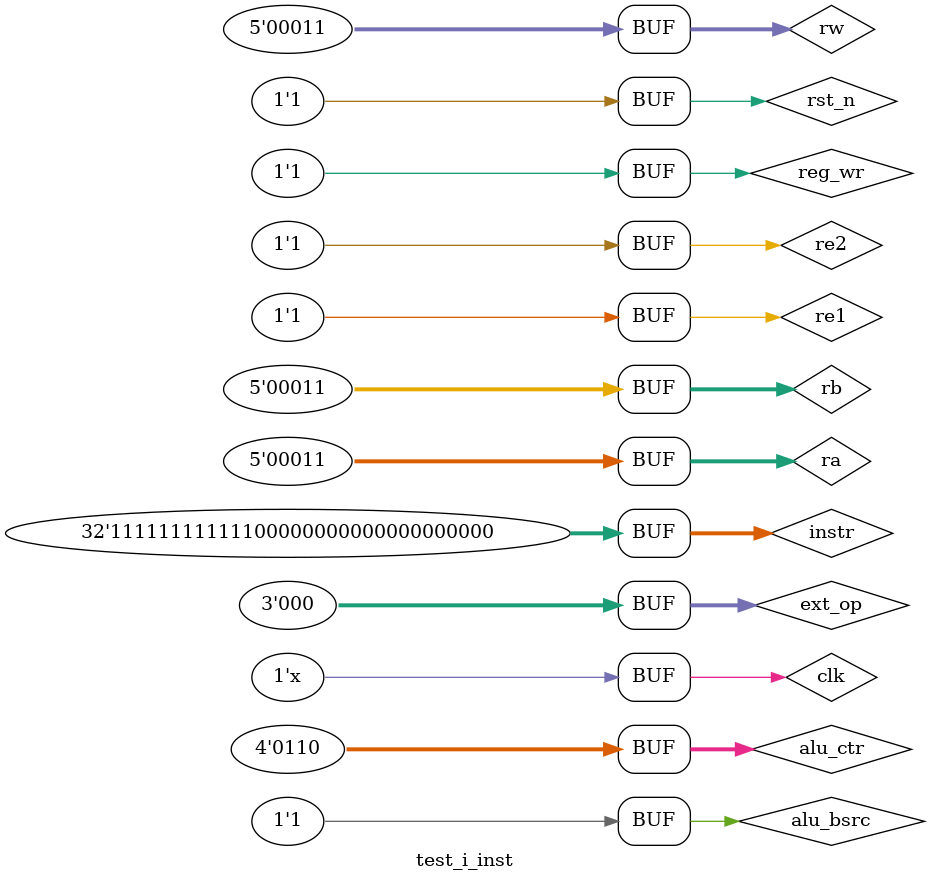
<source format=v>
`timescale 1ns / 1ps


module test_i_inst;

    reg clk;
    reg rst_n;
    
    reg [4:0]        rw;       // Ð´ÈëµØÖ·
    wire [31:0]       bus_w;   // Ð´ÈëÊý¾Ý
    reg              reg_wr;  // Ð´Ê¹ÄÜ

    reg [4:0]        ra;      // ¶ÁµØÖ·
    reg              re1;     // Á÷Ë®ÏßÓÅ»¯
    wire [31:0] bus_a;          // ¶Á³öÊý¾Ý

    reg [4:0]        rb;      // ¶ÁµØÖ·
    reg              re2;     //Á÷Ë®ÏßÓÅ»¯
    wire [31:0] bus_b;          // ¶ÁÊý¾Ý
    
    reg [3:0]          alu_ctr;
    //reg [31:0]         regA_i,regB_i;
    
    //wire [31:0]        res_o;
    wire               zero;
    
    
    reg [31:0]             instr;
    reg [2:0]              ext_op;
    wire [31:0]            imm;
    reg                    alu_bsrc;
    wire [31:0]            bus_bi; // mux from busb and imm.
    
        
    initial begin
        clk = 0;
        rst_n = 0;
        #100;
        rst_n = 1'b1;
        reg_wr = 1'b1;
        
        #100
        re1 = 1'b1;
        re2 = 1'b1;
        
        alu_ctr = 4'b0110;
        alu_bsrc = 1'b1;    // choose imm to alu regB_i.
        ext_op = 3'b000;
        
        rw = 5'b00011;
        ra = 5'b00010;
        rb = 5'b00010;
        
        instr = 32'b1111_1111_1111_0000_0000_0000_0000_0000; // 12 high bit is imm.
        
        
        #100
        ra = 5'b00011;
        rb = 5'b00011;
        
    end
    always #20 clk = ~clk;
    
    reg_file reg_file0(
        .rst_n(rst_n),
        .clk(clk),
        
        .rw(rw),
        .bus_w(bus_w),
        .reg_wr(reg_wr),
        
        .ra(ra),
        .re1(re1),
        .bus_a(bus_a),
        
        .rb(rb),
        .re2(re2),
        .bus_b(bus_b)
        );
        
    alu_top alu_top0(
        .regA_i(bus_a), 
        .regB_i(bus_bi), 
        .alu_ctr(alu_ctr), 
        .res_o(bus_w), 
        .zero(zero)
        );
        
    ie ie0(
        .instr(instr),
        .ext_op(ext_op),
        .imm(imm)
    );
    
    // mux from bus_b and imm. send bus_bi to alu regB_i.
    assign bus_bi = alu_bsrc ? imm : bus_b;

endmodule

</source>
